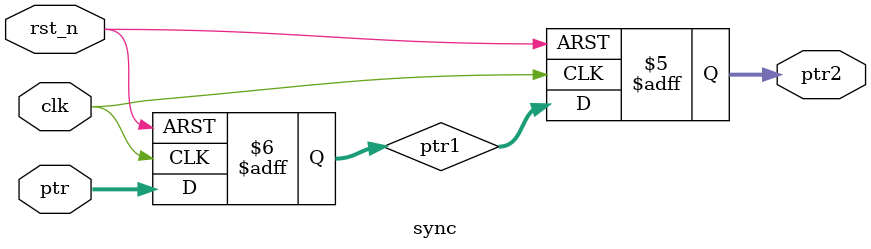
<source format=v>

module async_fifo #(
    parameter WIDTH = 8,
    parameter DEPTH = 8,
    parameter PFULL_TH = 10,
    parameter PEMPTY_TH = 10
)(
    // write side
    input i_wr_clk,
    input i_wr_rstn,
    input i_wr_en,// push 역할
    output o_wr_full,
    output o_wr_afull,
    output o_wr_pfull,
    input [WIDTH-1:0] i_wr_data,
    output [DEPTH:0] o_wr_remain,
    // read side
    input i_rd_clk,
    input i_rd_rstn,
    input i_rd_en,// pop 역할
    output o_rd_empty,
    output o_rd_aempty,
    output o_rd_pempty,
    output [WIDTH-1:0] o_rd_data,
    output [DEPTH:0] o_rd_depth
);

    wire [DEPTH-1:0] waddr, raddr;
    wire [DEPTH:0] wptr, wrptr2, rptr, rwptr2;

    // write side
    wptr_full #(
        .DEPTH(DEPTH),
        .AFULL_TH(PFULL_TH)
    ) FIFO_wptr_full (
        .wclk(i_wr_clk),
        .wrst_n(i_wr_rstn),
        .winc(i_wr_en),
        .wfull(o_wr_full),
        .afull(o_wr_afull),
        .pfull(o_wr_pfull),
        .waddr(waddr),
        .wptr(wptr),
        .rwptr2(rwptr2),
        .o_wr_remain(o_wr_remain)
    );

    sync #(
        .DEPTH(DEPTH)
    ) sync_r2w (
        .clk(i_wr_clk),
        .rst_n(i_wr_rstn),
        .ptr(rptr),
        .ptr2(rwptr2)
    );

    FIFO_Memory #(
        .WIDTH(WIDTH),
        .DEPTH(DEPTH)
    ) Dual_Port_RAM (
        // write side
        .wclk(i_wr_clk),
        .wdata(i_wr_data),
        .wclken(i_wr_en), // winc
        .waddr(waddr),
        // read side
        .rdata(o_rd_data),
        .raddr(raddr)
    );

    // read side
    sync #(
        .DEPTH(DEPTH)
    ) sync_w2r (
        .clk(i_rd_clk),
        .rst_n(i_rd_rstn),
        .ptr(wptr),
        .ptr2(wrptr2)
    );

    rptr_empty #(
        .DEPTH(DEPTH),
        .AEMPTY_TH(PEMPTY_TH)
    ) FIFO_rptr_empty (
        .rclk(i_rd_clk),
        .rrst_n(i_rd_rstn),
        .rinc(i_rd_en),
        .rempty(o_rd_empty),
        .aempty(o_rd_aempty),
        .pempty(o_rd_pempty),
        .raddr(raddr),
        .rptr(rptr),
        .wrptr2(wrptr2),
        .o_rd_depth(o_rd_depth)
    );
endmodule

module FIFO_Memory #(
    parameter WIDTH = 8,
    parameter DEPTH = 8
) (
    // write side
    input wclk,
    input [WIDTH-1:0] wdata,
    input wclken, // winc
    input [DEPTH-1:0] waddr,
    // read side
    output [WIDTH-1:0] rdata,
    input [DEPTH-1:0] raddr
);
    localparam MEM_SIZE = (1 << DEPTH);

    reg [WIDTH-1:0] register_memory [0:MEM_SIZE-1];

    always @(posedge wclk) begin
        if (wclken) begin
            register_memory[waddr] <= wdata;  
        end
    end

    assign rdata = register_memory[raddr];
endmodule

module rptr_empty #(
    parameter DEPTH = 8,
    parameter AEMPTY_TH = 2
) (
    input rclk,
    input rrst_n,
    input rinc,
    output reg rempty,
    output reg aempty,
    output reg pempty,
    output [DEPTH-1:0] raddr,
    output reg [DEPTH:0] rptr,
    input [DEPTH:0] wrptr2,
    output [DEPTH:0] o_rd_depth
);
    
    assign o_rd_depth = occ_r;

    function automatic [DEPTH:0] gray2bin(input [DEPTH:0] g);
        integer i;
        begin
            gray2bin[DEPTH] = g[DEPTH];
            for (i = DEPTH-1; i >= 0; i=i-1) begin
                gray2bin[i] = gray2bin[i+1] ^ g[i]; 
            end
        end
    endfunction

    reg [DEPTH:0] rbin;
    wire [DEPTH:0] rgraynext, rbinnext;

    assign raddr = rbin[DEPTH-1:0];
    assign rbinnext = rbin + (rinc & ~rempty);// bin = bin + 1
    assign rgraynext = (rbinnext>>1) ^ rbinnext;// gray 변환

    always @(posedge rclk or negedge rrst_n) begin
        if (!rrst_n) begin
            {rbin, rptr} <= 0;
        end else begin
            {rbin, rptr} <= {rbinnext, rgraynext};        
        end
    end

    wire [DEPTH:0] wbin_sync, occ_r;
    
    assign wbin_sync  = gray2bin(wrptr2);// gray -> binary
    assign occ_r      = wbin_sync - rbinnext;

    wire rempty_val = (rgraynext == wrptr2);
    wire aempty_val = (occ_r == 1);// almost
    wire pempty_val = (occ_r <= AEMPTY_TH);// 이게 program empty

    always @(posedge rclk or negedge rrst_n) begin
        if (!rrst_n) begin
            rempty <= 1;
            aempty <= 1;
            pempty <= 1;
        end else begin
            rempty <= rempty_val; 
            aempty <= aempty_val;
            pempty <= pempty_val;
        end
    end
endmodule

module wptr_full #(
    parameter DEPTH = 8,
    parameter AFULL_TH = 2
) (
    input wclk, 
    input wrst_n,
    input winc,
    output reg wfull,
    output reg afull,
    output reg pfull,
    output [DEPTH-1:0] waddr,
    output reg [DEPTH:0] wptr,
    input [DEPTH:0] rwptr2,
    output [DEPTH:0] o_wr_remain
);

    assign o_wr_remain = (1<<DEPTH) - occ_w;

    function automatic [DEPTH:0] gray2bin(input [DEPTH:0] g);
        integer i;
        begin
            gray2bin[DEPTH] = g[DEPTH];
            for (i = DEPTH-1; i >= 0; i=i-1) begin
                gray2bin[i] = gray2bin[i+1] ^ g[i]; 
            end
        end
    endfunction

    reg  [DEPTH:0] wbin;
    wire [DEPTH:0] wgraynext, wbinnext;

    always @(posedge wclk or negedge wrst_n) begin
        if (!wrst_n) begin 
            {wbin, wptr} <= 0;
        end else begin
            {wbin, wptr} <= {wbinnext, wgraynext};
        end
    end

    assign waddr = wbin[DEPTH-1:0];
    assign wbinnext = wbin + (winc & ~wfull);// bin = bin + 1
    assign wgraynext = (wbinnext>>1) ^ wbinnext;// gray 변환

    wire [DEPTH:0] rbin_sync;
    wire [DEPTH:0] occ_w;

    assign rbin_sync = gray2bin(rwptr2);
    assign occ_w     = wbinnext - rbin_sync;

    localparam integer DEPTH_S = (1<<DEPTH);
    wire wfull_val = (wgraynext=={~rwptr2[DEPTH:DEPTH-1], rwptr2[DEPTH-2:0]});
    wire afull_val = (occ_w == DEPTH_S - 1);
    wire pfull_val = (occ_w >= (DEPTH_S - AFULL_TH));// 이게 program full

    always @(posedge wclk or negedge wrst_n) begin
        if (!wrst_n) begin
            wfull <= 0;
            afull <= 0;
            pfull <= 0;
        end else begin
            wfull <= wfull_val;
            afull <= afull_val;
            pfull <= pfull_val;
        end
    end
endmodule

module sync #(
    parameter DEPTH = 8
) (
    input clk,
    input rst_n,
    input [DEPTH:0] ptr,
    output reg [DEPTH:0] ptr2
);
    reg [DEPTH:0] ptr1;

    always @(posedge clk, negedge rst_n) begin
        if (!rst_n) begin
            {ptr2, ptr1} <= 0;
        end else begin
            {ptr2, ptr1} <= {ptr1, ptr};
        end
    end
endmodule

</source>
